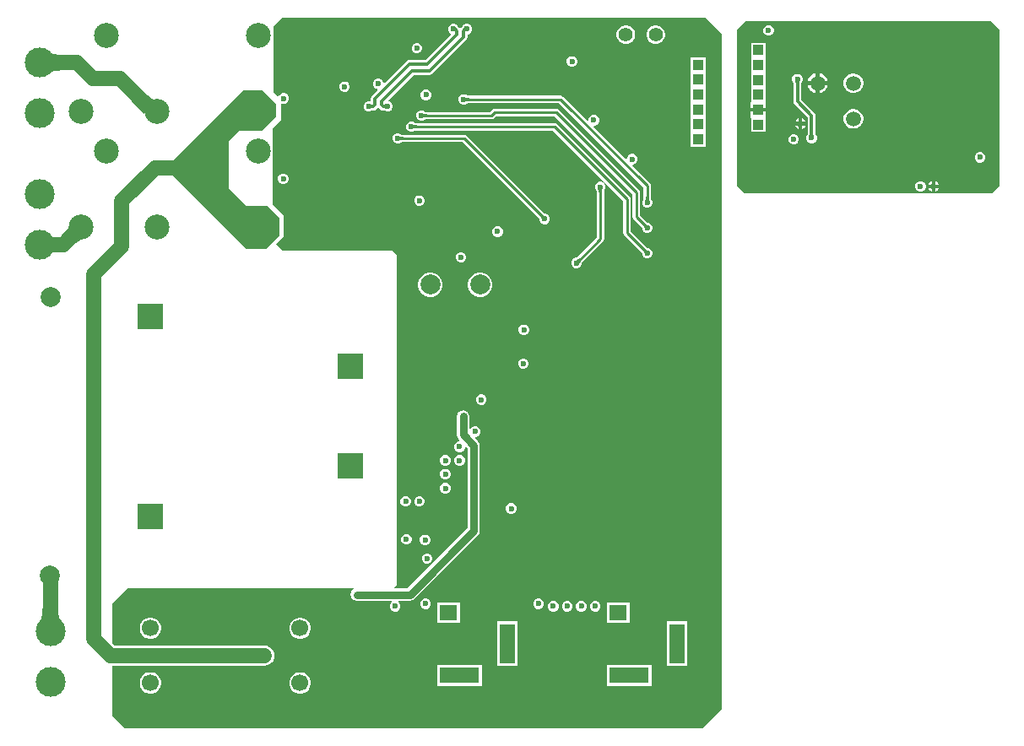
<source format=gbl>
G04*
G04 #@! TF.GenerationSoftware,Altium Limited,Altium Designer,21.7.1 (17)*
G04*
G04 Layer_Physical_Order=4*
G04 Layer_Color=16711680*
%FSLAX25Y25*%
%MOIN*%
G70*
G04*
G04 #@! TF.SameCoordinates,E541626C-5F42-4904-A579-91A45D143E40*
G04*
G04*
G04 #@! TF.FilePolarity,Positive*
G04*
G01*
G75*
%ADD112C,0.05906*%
%ADD158C,0.06000*%
%ADD161C,0.01100*%
%ADD162C,0.01200*%
%ADD163C,0.03000*%
%ADD164C,0.01470*%
%ADD167R,0.06299X0.15748*%
%ADD168R,0.15748X0.06299*%
%ADD169R,0.07087X0.06299*%
%ADD170C,0.06693*%
%ADD171C,0.11811*%
%ADD172C,0.07874*%
%ADD173R,0.03937X0.03937*%
%ADD174C,0.05512*%
%ADD175C,0.09843*%
%ADD176R,0.09843X0.09843*%
%ADD177C,0.02362*%
G36*
X23606Y269636D02*
X23965Y269442D01*
X24414Y269270D01*
X24954Y269121D01*
X25586Y268995D01*
X26308Y268892D01*
X28027Y268755D01*
X30110Y268709D01*
X30063Y262709D01*
X28976Y262697D01*
X25537Y262428D01*
X24904Y262305D01*
X24363Y262159D01*
X23912Y261990D01*
X23553Y261799D01*
X23284Y261586D01*
X23339Y269854D01*
X23606Y269636D01*
D02*
G37*
G36*
X288400Y277200D02*
Y10200D01*
X281000Y2800D01*
X52800D01*
X47800Y7800D01*
Y27562D01*
X108019D01*
X109037Y27696D01*
X109985Y28089D01*
X110800Y28715D01*
X111425Y29529D01*
X111818Y30478D01*
X111952Y31496D01*
X111818Y32514D01*
X111425Y33463D01*
X110800Y34278D01*
X109985Y34903D01*
X109037Y35296D01*
X108019Y35430D01*
X48873D01*
X47800Y36503D01*
X47800Y48400D01*
X47800Y52000D01*
X54000Y58200D01*
X143071D01*
X143223Y57700D01*
X142670Y57330D01*
X142139Y56536D01*
X141953Y55600D01*
X142139Y54664D01*
X142670Y53870D01*
X143464Y53339D01*
X144400Y53153D01*
X158152D01*
X158310Y52653D01*
X157836Y52179D01*
X157519Y51414D01*
Y50586D01*
X157836Y49821D01*
X158421Y49236D01*
X159186Y48919D01*
X160014D01*
X160779Y49236D01*
X161364Y49821D01*
X161681Y50586D01*
Y51414D01*
X161364Y52179D01*
X160890Y52653D01*
X161047Y53153D01*
X165400D01*
X166336Y53339D01*
X167130Y53870D01*
X192330Y79070D01*
X192861Y79864D01*
X193047Y80800D01*
Y114500D01*
X192861Y115436D01*
X192330Y116230D01*
X191142Y117419D01*
X191349Y117919D01*
X191614D01*
X192379Y118236D01*
X192964Y118821D01*
X193281Y119586D01*
Y120414D01*
X192964Y121179D01*
X192379Y121764D01*
X191614Y122081D01*
X190786D01*
X190021Y121764D01*
X189436Y121179D01*
X189363Y121003D01*
X188863Y121102D01*
Y125984D01*
X188677Y126921D01*
X188146Y127715D01*
X187352Y128245D01*
X186416Y128431D01*
X185479Y128245D01*
X184685Y127715D01*
X184155Y126921D01*
X183969Y125984D01*
Y118684D01*
X184155Y117748D01*
X184685Y116954D01*
X185058Y116581D01*
X184851Y116081D01*
X184586D01*
X183821Y115764D01*
X183236Y115179D01*
X182919Y114414D01*
Y113586D01*
X183236Y112821D01*
X183821Y112236D01*
X184586Y111919D01*
X185414D01*
X186179Y112236D01*
X186764Y112821D01*
X187081Y113586D01*
Y113851D01*
X187581Y114058D01*
X188153Y113486D01*
Y81814D01*
X164386Y58047D01*
X159554D01*
X159347Y58547D01*
X160200Y59400D01*
Y189800D01*
X158400Y191600D01*
X115200D01*
X112600Y194200D01*
X115400Y197000D01*
Y205600D01*
X111200Y209800D01*
Y211000D01*
X111200Y229704D01*
X111294Y230175D01*
Y231321D01*
X111200Y231792D01*
Y239800D01*
X114400Y243000D01*
X114400Y249303D01*
X114900Y249637D01*
X115186Y249519D01*
X116014D01*
X116779Y249836D01*
X117364Y250421D01*
X117681Y251186D01*
Y252014D01*
X117364Y252779D01*
X116779Y253364D01*
X116014Y253681D01*
X115186D01*
X114421Y253364D01*
X113836Y252779D01*
X113769Y252619D01*
X113279Y252521D01*
X111600Y254200D01*
Y280000D01*
X115000Y283400D01*
X282200D01*
X288400Y277200D01*
D02*
G37*
G36*
X60707Y253824D02*
X63206Y251660D01*
X63546Y251444D01*
X63833Y251301D01*
X64066Y251231D01*
X64246Y251233D01*
X60634Y245366D01*
X60582Y245425D01*
X59381Y246647D01*
X55641Y250395D01*
X60048Y254474D01*
X60707Y253824D01*
D02*
G37*
G36*
X398200Y278600D02*
Y217000D01*
X395200Y214000D01*
X297628D01*
X294400Y217228D01*
X294400Y278600D01*
X297800Y282000D01*
X394800D01*
X398200Y278600D01*
D02*
G37*
G36*
X35423Y195827D02*
X35270Y195794D01*
X35061Y195692D01*
X34795Y195520D01*
X34473Y195280D01*
X33660Y194592D01*
X32016Y193043D01*
X31355Y192388D01*
X27113Y196631D01*
X27767Y197292D01*
X30245Y200071D01*
X30416Y200337D01*
X30518Y200546D01*
X30551Y200699D01*
X35423Y195827D01*
D02*
G37*
G36*
X112400Y249600D02*
Y244200D01*
X107000Y238800D01*
X97800D01*
X93800Y234800D01*
Y216000D01*
X100800Y209000D01*
X109200D01*
X113800Y204400D01*
X113800Y197600D01*
X108400Y192200D01*
X100800D01*
X69400Y223600D01*
Y224600D01*
X99600Y254800D01*
X107200D01*
X112400Y249600D01*
D02*
G37*
G36*
X26437Y51158D02*
X26615Y48447D01*
X26722Y47727D01*
X26853Y47097D01*
X27007Y46560D01*
X27185Y46113D01*
X27387Y45758D01*
X27613Y45495D01*
X19350Y45219D01*
X19554Y45490D01*
X19737Y45851D01*
X19898Y46304D01*
X20038Y46847D01*
X20156Y47481D01*
X20328Y49021D01*
X20414Y50925D01*
X20425Y52013D01*
X26425Y52245D01*
X26437Y51158D01*
D02*
G37*
%LPC*%
G36*
X188314Y281082D02*
X187486D01*
X186721Y280765D01*
X186136Y280179D01*
X186113Y280125D01*
X185594Y279606D01*
X185250Y279359D01*
X184906Y279606D01*
X184387Y280125D01*
X184364Y280179D01*
X183779Y280765D01*
X183014Y281082D01*
X182186D01*
X181421Y280765D01*
X180836Y280179D01*
X180519Y279414D01*
Y278586D01*
X180836Y277821D01*
X181343Y277314D01*
X181508Y276772D01*
X171488Y266752D01*
X165249D01*
X164611Y266625D01*
X164070Y266264D01*
X155443Y257637D01*
X154945Y257846D01*
X154664Y258524D01*
X154079Y259109D01*
X153314Y259426D01*
X152486D01*
X151721Y259109D01*
X151136Y258524D01*
X150819Y257759D01*
Y256931D01*
X151136Y256166D01*
X151721Y255580D01*
X152399Y255300D01*
X152608Y254802D01*
X150487Y252680D01*
X150125Y252139D01*
X149998Y251501D01*
Y250738D01*
X149614Y250481D01*
X148786D01*
X148021Y250164D01*
X147436Y249579D01*
X147119Y248814D01*
Y247986D01*
X147436Y247221D01*
X148021Y246636D01*
X148786Y246319D01*
X149614D01*
X150379Y246636D01*
X150476Y246733D01*
X150804D01*
X151442Y246860D01*
X151983Y247221D01*
X152556Y247794D01*
X152900Y248042D01*
X153244Y247794D01*
X153817Y247221D01*
X154358Y246860D01*
X154996Y246733D01*
X155324D01*
X155421Y246636D01*
X156186Y246319D01*
X157014D01*
X157779Y246636D01*
X158364Y247221D01*
X158681Y247986D01*
Y248814D01*
X158364Y249579D01*
X157779Y250164D01*
X157147Y250426D01*
X156957Y250943D01*
X166962Y260948D01*
X173201D01*
X173839Y261075D01*
X174380Y261437D01*
X187663Y274720D01*
X188025Y275261D01*
X188152Y275899D01*
Y276919D01*
X188314D01*
X189079Y277236D01*
X189664Y277821D01*
X189981Y278586D01*
Y279414D01*
X189664Y280179D01*
X189079Y280765D01*
X188314Y281082D01*
D02*
G37*
G36*
X262950Y280367D02*
X261987D01*
X261057Y280118D01*
X260224Y279637D01*
X259543Y278956D01*
X259062Y278123D01*
X258812Y277193D01*
Y276230D01*
X259062Y275301D01*
X259543Y274467D01*
X260224Y273786D01*
X261057Y273305D01*
X261987Y273056D01*
X262950D01*
X263879Y273305D01*
X264713Y273786D01*
X265394Y274467D01*
X265875Y275301D01*
X266124Y276230D01*
Y277193D01*
X265875Y278123D01*
X265394Y278956D01*
X264713Y279637D01*
X263879Y280118D01*
X262950Y280367D01*
D02*
G37*
G36*
X251138D02*
X250176D01*
X249246Y280118D01*
X248412Y279637D01*
X247732Y278956D01*
X247251Y278123D01*
X247001Y277193D01*
Y276230D01*
X247251Y275301D01*
X247732Y274467D01*
X248412Y273786D01*
X249246Y273305D01*
X250176Y273056D01*
X251138D01*
X252068Y273305D01*
X252902Y273786D01*
X253583Y274467D01*
X254064Y275301D01*
X254313Y276230D01*
Y277193D01*
X254064Y278123D01*
X253583Y278956D01*
X252902Y279637D01*
X252068Y280118D01*
X251138Y280367D01*
D02*
G37*
G36*
X168614Y273481D02*
X167786D01*
X167021Y273164D01*
X166436Y272579D01*
X166119Y271814D01*
Y270986D01*
X166436Y270221D01*
X167021Y269636D01*
X167786Y269319D01*
X168614D01*
X169379Y269636D01*
X169964Y270221D01*
X170281Y270986D01*
Y271814D01*
X169964Y272579D01*
X169379Y273164D01*
X168614Y273481D01*
D02*
G37*
G36*
X229814Y268281D02*
X228986D01*
X228221Y267964D01*
X227636Y267379D01*
X227319Y266614D01*
Y265786D01*
X227636Y265021D01*
X228221Y264436D01*
X228986Y264119D01*
X229814D01*
X230579Y264436D01*
X231164Y265021D01*
X231481Y265786D01*
Y266614D01*
X231164Y267379D01*
X230579Y267964D01*
X229814Y268281D01*
D02*
G37*
G36*
X140014Y258281D02*
X139186D01*
X138421Y257964D01*
X137836Y257379D01*
X137519Y256614D01*
Y255786D01*
X137836Y255021D01*
X138421Y254436D01*
X139186Y254119D01*
X140014D01*
X140779Y254436D01*
X141364Y255021D01*
X141681Y255786D01*
Y256614D01*
X141364Y257379D01*
X140779Y257964D01*
X140014Y258281D01*
D02*
G37*
G36*
X172214Y255081D02*
X171386D01*
X170621Y254764D01*
X170036Y254179D01*
X169719Y253414D01*
Y252586D01*
X170036Y251821D01*
X170621Y251236D01*
X171386Y250919D01*
X172214D01*
X172979Y251236D01*
X173564Y251821D01*
X173881Y252586D01*
Y253414D01*
X173564Y254179D01*
X172979Y254764D01*
X172214Y255081D01*
D02*
G37*
G36*
X223200Y247478D02*
X198871D01*
X198305Y247366D01*
X197825Y247045D01*
X197058Y246278D01*
X171465D01*
X171179Y246564D01*
X170414Y246881D01*
X169586D01*
X168821Y246564D01*
X168236Y245979D01*
X167919Y245214D01*
Y244386D01*
X168236Y243621D01*
X168821Y243036D01*
X169586Y242719D01*
X170414D01*
X171179Y243036D01*
X171465Y243322D01*
X197671D01*
X198237Y243434D01*
X198716Y243755D01*
X199483Y244522D01*
X222588D01*
X253322Y213788D01*
Y204800D01*
X253434Y204234D01*
X253755Y203755D01*
X257119Y200390D01*
Y199986D01*
X257436Y199221D01*
X258021Y198636D01*
X258786Y198319D01*
X259614D01*
X260379Y198636D01*
X260964Y199221D01*
X261281Y199986D01*
Y200814D01*
X260964Y201579D01*
X260379Y202164D01*
X259614Y202481D01*
X259210D01*
X256278Y205412D01*
Y214400D01*
X256166Y214966D01*
X255845Y215445D01*
X224245Y247045D01*
X223766Y247366D01*
X223200Y247478D01*
D02*
G37*
G36*
X282068Y267796D02*
X276331D01*
Y262391D01*
X276331Y262059D01*
X276331Y261559D01*
Y256485D01*
X276331Y256153D01*
X276331Y255654D01*
Y250580D01*
X276331Y250248D01*
X276331Y249748D01*
Y244674D01*
X276331Y244342D01*
X276331Y243843D01*
Y238769D01*
X276331Y238437D01*
X276331Y237937D01*
Y232531D01*
X282068D01*
Y237937D01*
X282068Y238268D01*
X282068Y238769D01*
Y243843D01*
X282068Y244174D01*
X282068Y244674D01*
Y249748D01*
X282068Y250079D01*
X282068Y250580D01*
Y255654D01*
X282068Y255985D01*
X282068Y256485D01*
Y261559D01*
X282068Y261891D01*
X282068Y262391D01*
Y267796D01*
D02*
G37*
G36*
X115814Y221881D02*
X114986D01*
X114221Y221564D01*
X113636Y220979D01*
X113319Y220214D01*
Y219386D01*
X113636Y218621D01*
X114221Y218036D01*
X114986Y217719D01*
X115814D01*
X116579Y218036D01*
X117164Y218621D01*
X117481Y219386D01*
Y220214D01*
X117164Y220979D01*
X116579Y221564D01*
X115814Y221881D01*
D02*
G37*
G36*
X169614Y213281D02*
X168786D01*
X168021Y212964D01*
X167436Y212379D01*
X167119Y211614D01*
Y210786D01*
X167436Y210021D01*
X168021Y209436D01*
X168786Y209119D01*
X169614D01*
X170379Y209436D01*
X170964Y210021D01*
X171281Y210786D01*
Y211614D01*
X170964Y212379D01*
X170379Y212964D01*
X169614Y213281D01*
D02*
G37*
G36*
X187014Y253281D02*
X186186D01*
X185421Y252964D01*
X184836Y252379D01*
X184519Y251614D01*
Y250786D01*
X184836Y250021D01*
X185421Y249436D01*
X186186Y249119D01*
X187014D01*
X187779Y249436D01*
X188065Y249722D01*
X224388D01*
X257722Y216388D01*
Y211865D01*
X257436Y211579D01*
X257119Y210814D01*
Y209986D01*
X257436Y209221D01*
X258021Y208636D01*
X258786Y208319D01*
X259614D01*
X260379Y208636D01*
X260964Y209221D01*
X261281Y209986D01*
Y210814D01*
X260964Y211579D01*
X260678Y211865D01*
Y217000D01*
X260566Y217566D01*
X260245Y218045D01*
X253272Y225019D01*
X253479Y225519D01*
X253614D01*
X254379Y225836D01*
X254964Y226421D01*
X255281Y227186D01*
Y228014D01*
X254964Y228779D01*
X254379Y229364D01*
X253614Y229681D01*
X252786D01*
X252021Y229364D01*
X251436Y228779D01*
X251119Y228014D01*
Y227879D01*
X250619Y227672D01*
X237872Y240419D01*
X238079Y240919D01*
X238414D01*
X239179Y241236D01*
X239764Y241821D01*
X240081Y242586D01*
Y243414D01*
X239764Y244179D01*
X239179Y244764D01*
X238414Y245081D01*
X237586D01*
X236821Y244764D01*
X236236Y244179D01*
X235919Y243414D01*
Y243079D01*
X235419Y242872D01*
X226045Y252245D01*
X225566Y252566D01*
X225000Y252678D01*
X188065D01*
X187779Y252964D01*
X187014Y253281D01*
D02*
G37*
G36*
X161014Y237881D02*
X160186D01*
X159421Y237564D01*
X158836Y236979D01*
X158519Y236214D01*
Y235386D01*
X158836Y234621D01*
X159421Y234036D01*
X160186Y233719D01*
X161014D01*
X161779Y234036D01*
X162065Y234322D01*
X186188D01*
X216519Y203990D01*
Y203586D01*
X216836Y202821D01*
X217421Y202236D01*
X218186Y201919D01*
X219014D01*
X219779Y202236D01*
X220364Y202821D01*
X220681Y203586D01*
Y204414D01*
X220364Y205179D01*
X219779Y205764D01*
X219014Y206081D01*
X218610D01*
X187845Y236845D01*
X187366Y237166D01*
X186800Y237278D01*
X162065D01*
X161779Y237564D01*
X161014Y237881D01*
D02*
G37*
G36*
X200414Y201081D02*
X199586D01*
X198821Y200764D01*
X198236Y200179D01*
X197919Y199414D01*
Y198586D01*
X198236Y197821D01*
X198821Y197236D01*
X199586Y196919D01*
X200414D01*
X201179Y197236D01*
X201764Y197821D01*
X202081Y198586D01*
Y199414D01*
X201764Y200179D01*
X201179Y200764D01*
X200414Y201081D01*
D02*
G37*
G36*
X166414Y242481D02*
X165586D01*
X164821Y242164D01*
X164236Y241579D01*
X163919Y240814D01*
Y239986D01*
X164236Y239221D01*
X164821Y238636D01*
X165586Y238319D01*
X166414D01*
X167179Y238636D01*
X167465Y238922D01*
X221988D01*
X249722Y211188D01*
Y198400D01*
X249834Y197834D01*
X250155Y197355D01*
X257119Y190390D01*
Y189986D01*
X257436Y189221D01*
X258021Y188636D01*
X258786Y188319D01*
X259614D01*
X260379Y188636D01*
X260964Y189221D01*
X261281Y189986D01*
Y190814D01*
X260964Y191579D01*
X260379Y192164D01*
X259614Y192481D01*
X259210D01*
X252678Y199012D01*
Y211800D01*
X252566Y212366D01*
X252245Y212845D01*
X223645Y241445D01*
X223166Y241766D01*
X222600Y241878D01*
X167465D01*
X167179Y242164D01*
X166414Y242481D01*
D02*
G37*
G36*
X186014Y190881D02*
X185186D01*
X184421Y190564D01*
X183836Y189979D01*
X183519Y189214D01*
Y188386D01*
X183836Y187621D01*
X184421Y187036D01*
X185186Y186719D01*
X186014D01*
X186779Y187036D01*
X187364Y187621D01*
X187681Y188386D01*
Y189214D01*
X187364Y189979D01*
X186779Y190564D01*
X186014Y190881D01*
D02*
G37*
G36*
X241014Y218681D02*
X240186D01*
X239421Y218364D01*
X238836Y217779D01*
X238519Y217014D01*
Y216186D01*
X238836Y215421D01*
X239122Y215135D01*
Y196612D01*
X231190Y188681D01*
X230786D01*
X230021Y188364D01*
X229436Y187779D01*
X229119Y187014D01*
Y186186D01*
X229436Y185421D01*
X230021Y184836D01*
X230786Y184519D01*
X231614D01*
X232379Y184836D01*
X232964Y185421D01*
X233281Y186186D01*
Y186590D01*
X241645Y194955D01*
X241966Y195434D01*
X242078Y196000D01*
Y215135D01*
X242364Y215421D01*
X242681Y216186D01*
Y217014D01*
X242364Y217779D01*
X241779Y218364D01*
X241014Y218681D01*
D02*
G37*
G36*
X193747Y182790D02*
X192473D01*
X191243Y182460D01*
X190140Y181823D01*
X189240Y180923D01*
X188603Y179820D01*
X188273Y178590D01*
Y177316D01*
X188603Y176086D01*
X189240Y174983D01*
X190140Y174082D01*
X191243Y173445D01*
X192473Y173116D01*
X193747D01*
X194977Y173445D01*
X196080Y174082D01*
X196981Y174983D01*
X197618Y176086D01*
X197947Y177316D01*
Y178590D01*
X197618Y179820D01*
X196981Y180923D01*
X196080Y181823D01*
X194977Y182460D01*
X193747Y182790D01*
D02*
G37*
G36*
X174062D02*
X172788D01*
X171558Y182460D01*
X170455Y181823D01*
X169555Y180923D01*
X168918Y179820D01*
X168588Y178590D01*
Y177316D01*
X168918Y176086D01*
X169555Y174983D01*
X170455Y174082D01*
X171558Y173445D01*
X172788Y173116D01*
X174062D01*
X175292Y173445D01*
X176395Y174082D01*
X177296Y174983D01*
X177933Y176086D01*
X178262Y177316D01*
Y178590D01*
X177933Y179820D01*
X177296Y180923D01*
X176395Y181823D01*
X175292Y182460D01*
X174062Y182790D01*
D02*
G37*
G36*
X210814Y162281D02*
X209986D01*
X209221Y161964D01*
X208636Y161379D01*
X208319Y160614D01*
Y159786D01*
X208636Y159021D01*
X209221Y158436D01*
X209986Y158119D01*
X210814D01*
X211579Y158436D01*
X212164Y159021D01*
X212481Y159786D01*
Y160614D01*
X212164Y161379D01*
X211579Y161964D01*
X210814Y162281D01*
D02*
G37*
G36*
X210614Y148881D02*
X209786D01*
X209021Y148564D01*
X208436Y147979D01*
X208119Y147214D01*
Y146386D01*
X208436Y145621D01*
X209021Y145036D01*
X209786Y144719D01*
X210614D01*
X211379Y145036D01*
X211964Y145621D01*
X212281Y146386D01*
Y147214D01*
X211964Y147979D01*
X211379Y148564D01*
X210614Y148881D01*
D02*
G37*
G36*
X194014Y134681D02*
X193186D01*
X192421Y134364D01*
X191836Y133779D01*
X191519Y133014D01*
Y132186D01*
X191836Y131421D01*
X192421Y130836D01*
X193186Y130519D01*
X194014D01*
X194779Y130836D01*
X195364Y131421D01*
X195681Y132186D01*
Y133014D01*
X195364Y133779D01*
X194779Y134364D01*
X194014Y134681D01*
D02*
G37*
G36*
X185414Y110681D02*
X184586D01*
X183821Y110364D01*
X183236Y109779D01*
X182919Y109014D01*
Y108186D01*
X183236Y107421D01*
X183821Y106836D01*
X184586Y106519D01*
X185414D01*
X186179Y106836D01*
X186764Y107421D01*
X187081Y108186D01*
Y109014D01*
X186764Y109779D01*
X186179Y110364D01*
X185414Y110681D01*
D02*
G37*
G36*
X179814D02*
X178986D01*
X178221Y110364D01*
X177636Y109779D01*
X177319Y109014D01*
Y108186D01*
X177636Y107421D01*
X178221Y106836D01*
X178986Y106519D01*
X179814D01*
X180579Y106836D01*
X181164Y107421D01*
X181481Y108186D01*
Y109014D01*
X181164Y109779D01*
X180579Y110364D01*
X179814Y110681D01*
D02*
G37*
G36*
Y105281D02*
X178986D01*
X178221Y104964D01*
X177636Y104379D01*
X177319Y103614D01*
Y102786D01*
X177636Y102021D01*
X178221Y101436D01*
X178986Y101119D01*
X179814D01*
X180579Y101436D01*
X181164Y102021D01*
X181481Y102786D01*
Y103614D01*
X181164Y104379D01*
X180579Y104964D01*
X179814Y105281D01*
D02*
G37*
G36*
Y99681D02*
X178986D01*
X178221Y99364D01*
X177636Y98779D01*
X177319Y98014D01*
Y97186D01*
X177636Y96421D01*
X178221Y95836D01*
X178986Y95519D01*
X179814D01*
X180579Y95836D01*
X181164Y96421D01*
X181481Y97186D01*
Y98014D01*
X181164Y98779D01*
X180579Y99364D01*
X179814Y99681D01*
D02*
G37*
G36*
X169614Y94481D02*
X168786D01*
X168021Y94164D01*
X167436Y93579D01*
X167119Y92814D01*
Y91986D01*
X167436Y91221D01*
X168021Y90636D01*
X168786Y90319D01*
X169614D01*
X170379Y90636D01*
X170964Y91221D01*
X171281Y91986D01*
Y92814D01*
X170964Y93579D01*
X170379Y94164D01*
X169614Y94481D01*
D02*
G37*
G36*
X164214D02*
X163386D01*
X162621Y94164D01*
X162036Y93579D01*
X161719Y92814D01*
Y91986D01*
X162036Y91221D01*
X162621Y90636D01*
X163386Y90319D01*
X164214D01*
X164979Y90636D01*
X165564Y91221D01*
X165881Y91986D01*
Y92814D01*
X165564Y93579D01*
X164979Y94164D01*
X164214Y94481D01*
D02*
G37*
G36*
X205814Y91681D02*
X204986D01*
X204221Y91364D01*
X203636Y90779D01*
X203319Y90014D01*
Y89186D01*
X203636Y88421D01*
X204221Y87836D01*
X204986Y87519D01*
X205814D01*
X206579Y87836D01*
X207164Y88421D01*
X207481Y89186D01*
Y90014D01*
X207164Y90779D01*
X206579Y91364D01*
X205814Y91681D01*
D02*
G37*
G36*
X164414Y79481D02*
X163586D01*
X162821Y79164D01*
X162236Y78579D01*
X161919Y77814D01*
Y76986D01*
X162236Y76221D01*
X162821Y75636D01*
X163586Y75319D01*
X164414D01*
X165179Y75636D01*
X165764Y76221D01*
X166081Y76986D01*
Y77814D01*
X165764Y78579D01*
X165179Y79164D01*
X164414Y79481D01*
D02*
G37*
G36*
X171814Y79281D02*
X170986D01*
X170221Y78964D01*
X169636Y78379D01*
X169319Y77614D01*
Y76786D01*
X169636Y76021D01*
X170221Y75436D01*
X170986Y75119D01*
X171814D01*
X172579Y75436D01*
X173164Y76021D01*
X173481Y76786D01*
Y77614D01*
X173164Y78379D01*
X172579Y78964D01*
X171814Y79281D01*
D02*
G37*
G36*
X172614Y71881D02*
X171786D01*
X171021Y71564D01*
X170436Y70979D01*
X170119Y70214D01*
Y69386D01*
X170436Y68621D01*
X171021Y68036D01*
X171786Y67719D01*
X172614D01*
X173379Y68036D01*
X173964Y68621D01*
X174281Y69386D01*
Y70214D01*
X173964Y70979D01*
X173379Y71564D01*
X172614Y71881D01*
D02*
G37*
G36*
X216614Y54081D02*
X215786D01*
X215021Y53764D01*
X214436Y53179D01*
X214119Y52414D01*
Y51586D01*
X214436Y50821D01*
X215021Y50236D01*
X215786Y49919D01*
X216614D01*
X217379Y50236D01*
X217964Y50821D01*
X218281Y51586D01*
Y52414D01*
X217964Y53179D01*
X217379Y53764D01*
X216614Y54081D01*
D02*
G37*
G36*
X172014D02*
X171186D01*
X170421Y53764D01*
X169836Y53179D01*
X169519Y52414D01*
Y51586D01*
X169836Y50821D01*
X170421Y50236D01*
X171186Y49919D01*
X172014D01*
X172779Y50236D01*
X173364Y50821D01*
X173681Y51586D01*
Y52414D01*
X173364Y53179D01*
X172779Y53764D01*
X172014Y54081D01*
D02*
G37*
G36*
X239014Y53081D02*
X238186D01*
X237421Y52764D01*
X236836Y52179D01*
X236519Y51414D01*
Y50586D01*
X236836Y49821D01*
X237421Y49236D01*
X238186Y48919D01*
X239014D01*
X239779Y49236D01*
X240364Y49821D01*
X240681Y50586D01*
Y51414D01*
X240364Y52179D01*
X239779Y52764D01*
X239014Y53081D01*
D02*
G37*
G36*
X233481D02*
X232653D01*
X231888Y52764D01*
X231302Y52179D01*
X230986Y51414D01*
Y50586D01*
X231302Y49821D01*
X231888Y49236D01*
X232653Y48919D01*
X233481D01*
X234245Y49236D01*
X234831Y49821D01*
X235148Y50586D01*
Y51414D01*
X234831Y52179D01*
X234245Y52764D01*
X233481Y53081D01*
D02*
G37*
G36*
X227947D02*
X227119D01*
X226355Y52764D01*
X225769Y52179D01*
X225452Y51414D01*
Y50586D01*
X225769Y49821D01*
X226355Y49236D01*
X227119Y48919D01*
X227947D01*
X228712Y49236D01*
X229298Y49821D01*
X229614Y50586D01*
Y51414D01*
X229298Y52179D01*
X228712Y52764D01*
X227947Y53081D01*
D02*
G37*
G36*
X222414D02*
X221586D01*
X220821Y52764D01*
X220236Y52179D01*
X219919Y51414D01*
Y50586D01*
X220236Y49821D01*
X220821Y49236D01*
X221586Y48919D01*
X222414D01*
X223179Y49236D01*
X223764Y49821D01*
X224081Y50586D01*
Y51414D01*
X223764Y52179D01*
X223179Y52764D01*
X222414Y53081D01*
D02*
G37*
G36*
X252065Y52514D02*
X243179D01*
Y44415D01*
X252065D01*
Y52514D01*
D02*
G37*
G36*
X185136D02*
X176250D01*
Y44415D01*
X185136D01*
Y52514D01*
D02*
G37*
G36*
X122606Y46569D02*
X121488D01*
X120408Y46280D01*
X119440Y45721D01*
X118649Y44930D01*
X118090Y43962D01*
X117801Y42882D01*
Y41764D01*
X118090Y40684D01*
X118649Y39715D01*
X119440Y38925D01*
X120408Y38366D01*
X121488Y38076D01*
X122606D01*
X123686Y38366D01*
X124655Y38925D01*
X125445Y39715D01*
X126004Y40684D01*
X126294Y41764D01*
Y42882D01*
X126004Y43962D01*
X125445Y44930D01*
X124655Y45721D01*
X123686Y46280D01*
X122606Y46569D01*
D02*
G37*
G36*
X63551D02*
X62433D01*
X61353Y46280D01*
X60385Y45721D01*
X59594Y44930D01*
X59035Y43962D01*
X58746Y42882D01*
Y41764D01*
X59035Y40684D01*
X59594Y39715D01*
X60385Y38925D01*
X61353Y38366D01*
X62433Y38076D01*
X63551D01*
X64631Y38366D01*
X65600Y38925D01*
X66390Y39715D01*
X66949Y40684D01*
X67239Y41764D01*
Y42882D01*
X66949Y43962D01*
X66390Y44930D01*
X65600Y45721D01*
X64631Y46280D01*
X63551Y46569D01*
D02*
G37*
G36*
X274841Y45018D02*
X266742D01*
Y27470D01*
X274841D01*
Y45018D01*
D02*
G37*
G36*
X207912D02*
X199813D01*
Y27470D01*
X207912D01*
Y45018D01*
D02*
G37*
G36*
X260742Y27672D02*
X243195D01*
Y19572D01*
X260742D01*
Y27672D01*
D02*
G37*
G36*
X193813D02*
X176265D01*
Y19572D01*
X193813D01*
Y27672D01*
D02*
G37*
G36*
X122606Y24916D02*
X121488D01*
X120408Y24626D01*
X119440Y24067D01*
X118649Y23277D01*
X118090Y22308D01*
X117801Y21228D01*
Y20110D01*
X118090Y19030D01*
X118649Y18062D01*
X119440Y17271D01*
X120408Y16712D01*
X121488Y16423D01*
X122606D01*
X123686Y16712D01*
X124655Y17271D01*
X125445Y18062D01*
X126004Y19030D01*
X126294Y20110D01*
Y21228D01*
X126004Y22308D01*
X125445Y23277D01*
X124655Y24067D01*
X123686Y24626D01*
X122606Y24916D01*
D02*
G37*
G36*
X63551D02*
X62433D01*
X61353Y24626D01*
X60385Y24067D01*
X59594Y23277D01*
X59035Y22308D01*
X58746Y21228D01*
Y20110D01*
X59035Y19030D01*
X59594Y18062D01*
X60385Y17271D01*
X61353Y16712D01*
X62433Y16423D01*
X63551D01*
X64631Y16712D01*
X65600Y17271D01*
X66390Y18062D01*
X66949Y19030D01*
X67239Y20110D01*
Y21228D01*
X66949Y22308D01*
X66390Y23277D01*
X65600Y24067D01*
X64631Y24626D01*
X63551Y24916D01*
D02*
G37*
%LPD*%
G36*
X170906Y245574D02*
X170986Y245527D01*
X171082Y245486D01*
X171195Y245450D01*
X171325Y245419D01*
X171472Y245394D01*
X171815Y245361D01*
X172012Y245353D01*
X172226Y245350D01*
Y244250D01*
X172012Y244247D01*
X171472Y244206D01*
X171325Y244181D01*
X171195Y244150D01*
X171082Y244114D01*
X170986Y244073D01*
X170906Y244026D01*
X170844Y243973D01*
Y245627D01*
X170906Y245574D01*
D02*
G37*
G36*
X258168Y202214D02*
X258580Y201861D01*
X258701Y201775D01*
X258814Y201704D01*
X258920Y201650D01*
X259017Y201611D01*
X259107Y201588D01*
X259188Y201581D01*
X258019Y200412D01*
X258012Y200493D01*
X257989Y200583D01*
X257950Y200680D01*
X257896Y200786D01*
X257825Y200899D01*
X257739Y201020D01*
X257520Y201287D01*
X257386Y201432D01*
X257237Y201585D01*
X258015Y202363D01*
X258168Y202214D01*
D02*
G37*
G36*
X187506Y251974D02*
X187586Y251927D01*
X187682Y251886D01*
X187795Y251850D01*
X187925Y251819D01*
X188072Y251794D01*
X188415Y251761D01*
X188612Y251753D01*
X188826Y251750D01*
Y250650D01*
X188612Y250647D01*
X188072Y250606D01*
X187925Y250581D01*
X187795Y250550D01*
X187682Y250514D01*
X187586Y250473D01*
X187506Y250426D01*
X187443Y250373D01*
Y252027D01*
X187506Y251974D01*
D02*
G37*
G36*
X259753Y212412D02*
X259794Y211872D01*
X259819Y211725D01*
X259850Y211595D01*
X259886Y211482D01*
X259927Y211386D01*
X259974Y211306D01*
X260027Y211244D01*
X258373D01*
X258426Y211306D01*
X258473Y211386D01*
X258514Y211482D01*
X258550Y211595D01*
X258581Y211725D01*
X258606Y211872D01*
X258639Y212215D01*
X258647Y212412D01*
X258650Y212626D01*
X259750D01*
X259753Y212412D01*
D02*
G37*
G36*
X161506Y236574D02*
X161586Y236527D01*
X161682Y236486D01*
X161795Y236450D01*
X161925Y236419D01*
X162072Y236394D01*
X162415Y236361D01*
X162612Y236353D01*
X162826Y236350D01*
Y235250D01*
X162612Y235247D01*
X162072Y235206D01*
X161925Y235181D01*
X161795Y235150D01*
X161682Y235114D01*
X161586Y235073D01*
X161506Y235026D01*
X161443Y234973D01*
Y236627D01*
X161506Y236574D01*
D02*
G37*
G36*
X217568Y205814D02*
X217980Y205461D01*
X218101Y205375D01*
X218214Y205304D01*
X218320Y205250D01*
X218417Y205211D01*
X218507Y205188D01*
X218588Y205181D01*
X217419Y204012D01*
X217412Y204093D01*
X217389Y204183D01*
X217350Y204280D01*
X217296Y204386D01*
X217225Y204499D01*
X217139Y204620D01*
X216920Y204887D01*
X216786Y205032D01*
X216637Y205185D01*
X217415Y205963D01*
X217568Y205814D01*
D02*
G37*
G36*
X166906Y241174D02*
X166986Y241127D01*
X167082Y241086D01*
X167195Y241050D01*
X167325Y241019D01*
X167472Y240994D01*
X167815Y240961D01*
X168012Y240953D01*
X168226Y240950D01*
Y239850D01*
X168012Y239847D01*
X167472Y239806D01*
X167325Y239781D01*
X167195Y239750D01*
X167082Y239714D01*
X166986Y239673D01*
X166906Y239626D01*
X166843Y239573D01*
Y241227D01*
X166906Y241174D01*
D02*
G37*
G36*
X258168Y192214D02*
X258580Y191861D01*
X258701Y191775D01*
X258814Y191704D01*
X258920Y191650D01*
X259017Y191611D01*
X259107Y191588D01*
X259188Y191581D01*
X258019Y190412D01*
X258012Y190493D01*
X257989Y190583D01*
X257950Y190680D01*
X257896Y190786D01*
X257825Y190899D01*
X257739Y191020D01*
X257520Y191287D01*
X257386Y191432D01*
X257237Y191585D01*
X258015Y192363D01*
X258168Y192214D01*
D02*
G37*
G36*
X241374Y215694D02*
X241327Y215614D01*
X241286Y215518D01*
X241250Y215405D01*
X241219Y215275D01*
X241194Y215128D01*
X241161Y214785D01*
X241153Y214588D01*
X241150Y214374D01*
X240050D01*
X240047Y214588D01*
X240006Y215128D01*
X239981Y215275D01*
X239950Y215405D01*
X239914Y215518D01*
X239873Y215614D01*
X239826Y215694D01*
X239773Y215757D01*
X241427D01*
X241374Y215694D01*
D02*
G37*
G36*
X233163Y187785D02*
X233014Y187632D01*
X232661Y187220D01*
X232575Y187099D01*
X232504Y186986D01*
X232450Y186880D01*
X232411Y186783D01*
X232388Y186693D01*
X232381Y186612D01*
X231212Y187781D01*
X231293Y187788D01*
X231383Y187811D01*
X231480Y187850D01*
X231586Y187904D01*
X231699Y187975D01*
X231820Y188061D01*
X232087Y188280D01*
X232232Y188414D01*
X232385Y188563D01*
X233163Y187785D01*
D02*
G37*
%LPC*%
G36*
X307414Y280481D02*
X306586D01*
X305821Y280164D01*
X305236Y279579D01*
X304919Y278814D01*
Y277986D01*
X305236Y277221D01*
X305821Y276636D01*
X306586Y276319D01*
X307414D01*
X308179Y276636D01*
X308764Y277221D01*
X309081Y277986D01*
Y278814D01*
X308764Y279579D01*
X308179Y280164D01*
X307414Y280481D01*
D02*
G37*
G36*
X327153Y261504D02*
Y258363D01*
X330294D01*
X330086Y259138D01*
X329566Y260040D01*
X328830Y260776D01*
X327929Y261296D01*
X327153Y261504D01*
D02*
G37*
G36*
X325653D02*
X324877Y261296D01*
X323976Y260776D01*
X323240Y260040D01*
X322720Y259138D01*
X322512Y258363D01*
X325653D01*
Y261504D01*
D02*
G37*
G36*
X341052Y261466D02*
X340038D01*
X339058Y261203D01*
X338179Y260696D01*
X337462Y259979D01*
X336955Y259100D01*
X336692Y258120D01*
Y257106D01*
X336955Y256126D01*
X337462Y255247D01*
X338179Y254530D01*
X339058Y254023D01*
X340038Y253760D01*
X341052D01*
X342032Y254023D01*
X342911Y254530D01*
X343628Y255247D01*
X344135Y256126D01*
X344398Y257106D01*
Y258120D01*
X344135Y259100D01*
X343628Y259979D01*
X342911Y260696D01*
X342032Y261203D01*
X341052Y261466D01*
D02*
G37*
G36*
X330294Y256863D02*
X327153D01*
Y253722D01*
X327929Y253929D01*
X328830Y254450D01*
X329566Y255186D01*
X330086Y256087D01*
X330294Y256863D01*
D02*
G37*
G36*
X325653D02*
X322512D01*
X322720Y256087D01*
X323240Y255186D01*
X323976Y254450D01*
X324877Y253929D01*
X325653Y253722D01*
Y256863D01*
D02*
G37*
G36*
X305869Y273574D02*
X300132D01*
Y268168D01*
X300132Y267837D01*
X300132Y267337D01*
Y262263D01*
X300132Y261931D01*
X300132Y261432D01*
Y256358D01*
X300132Y256026D01*
X300132Y255526D01*
Y250511D01*
X300031Y250052D01*
X300031Y249662D01*
Y247833D01*
X303000D01*
X305968D01*
Y249662D01*
X305968Y250052D01*
X305869Y250511D01*
Y255526D01*
X305869Y255857D01*
X305869Y256358D01*
Y261432D01*
X305869Y261763D01*
X305869Y262263D01*
Y267337D01*
X305869Y267669D01*
X305869Y268168D01*
Y273574D01*
D02*
G37*
G36*
X320350Y243650D02*
Y242350D01*
X321650D01*
X321449Y242835D01*
X320835Y243449D01*
X320350Y243650D01*
D02*
G37*
G36*
X318850D02*
X318365Y243449D01*
X317751Y242835D01*
X317550Y242350D01*
X318850D01*
Y243650D01*
D02*
G37*
G36*
X341052Y247324D02*
X340038D01*
X339058Y247061D01*
X338179Y246554D01*
X337462Y245837D01*
X336955Y244958D01*
X336692Y243978D01*
Y242964D01*
X336955Y241984D01*
X337462Y241105D01*
X338179Y240388D01*
X339058Y239881D01*
X340038Y239618D01*
X341052D01*
X342032Y239881D01*
X342911Y240388D01*
X343628Y241105D01*
X344135Y241984D01*
X344398Y242964D01*
Y243978D01*
X344135Y244958D01*
X343628Y245837D01*
X342911Y246554D01*
X342032Y247061D01*
X341052Y247324D01*
D02*
G37*
G36*
X321650Y240850D02*
X320350D01*
Y239550D01*
X320835Y239751D01*
X321449Y240365D01*
X321650Y240850D01*
D02*
G37*
G36*
X318850D02*
X317550D01*
X317751Y240365D01*
X318365Y239751D01*
X318850Y239550D01*
Y240850D01*
D02*
G37*
G36*
X305968Y246333D02*
X303000D01*
X300031D01*
Y244505D01*
X300031Y244115D01*
X300132Y243656D01*
Y238310D01*
X305869D01*
Y243656D01*
X305968Y244115D01*
X305968Y244505D01*
Y246333D01*
D02*
G37*
G36*
X318814Y261281D02*
X317986D01*
X317221Y260964D01*
X316636Y260379D01*
X316319Y259614D01*
Y258786D01*
X316636Y258021D01*
X316871Y257786D01*
Y250400D01*
X316987Y249815D01*
X317319Y249319D01*
X322471Y244166D01*
Y237414D01*
X322236Y237179D01*
X321919Y236414D01*
Y235586D01*
X322236Y234821D01*
X322821Y234236D01*
X323586Y233919D01*
X324414D01*
X325179Y234236D01*
X325764Y234821D01*
X326081Y235586D01*
Y236414D01*
X325764Y237179D01*
X325529Y237414D01*
Y244800D01*
X325413Y245385D01*
X325081Y245881D01*
X319929Y251033D01*
Y257786D01*
X320164Y258021D01*
X320481Y258786D01*
Y259614D01*
X320164Y260379D01*
X319579Y260964D01*
X318814Y261281D01*
D02*
G37*
G36*
X317353Y237475D02*
X316525D01*
X315760Y237158D01*
X315174Y236573D01*
X314858Y235808D01*
Y234980D01*
X315174Y234215D01*
X315760Y233629D01*
X316525Y233313D01*
X317353D01*
X318117Y233629D01*
X318703Y234215D01*
X319020Y234980D01*
Y235808D01*
X318703Y236573D01*
X318117Y237158D01*
X317353Y237475D01*
D02*
G37*
G36*
X390908Y230443D02*
X390080D01*
X389316Y230126D01*
X388730Y229540D01*
X388413Y228776D01*
Y227948D01*
X388730Y227183D01*
X389316Y226597D01*
X390080Y226280D01*
X390908D01*
X391673Y226597D01*
X392259Y227183D01*
X392576Y227948D01*
Y228776D01*
X392259Y229540D01*
X391673Y230126D01*
X390908Y230443D01*
D02*
G37*
G36*
X372950Y218850D02*
Y217550D01*
X374250D01*
X374049Y218036D01*
X373435Y218649D01*
X372950Y218850D01*
D02*
G37*
G36*
X371450D02*
X370965Y218649D01*
X370351Y218036D01*
X370150Y217550D01*
X371450D01*
Y218850D01*
D02*
G37*
G36*
X374250Y216050D02*
X372950D01*
Y214750D01*
X373435Y214951D01*
X374049Y215564D01*
X374250Y216050D01*
D02*
G37*
G36*
X371450D02*
X370150D01*
X370351Y215564D01*
X370965Y214951D01*
X371450Y214750D01*
Y216050D01*
D02*
G37*
G36*
X367414Y218881D02*
X366586D01*
X365821Y218564D01*
X365236Y217979D01*
X364919Y217214D01*
Y216386D01*
X365236Y215621D01*
X365821Y215036D01*
X366586Y214719D01*
X367414D01*
X368179Y215036D01*
X368764Y215621D01*
X369081Y216386D01*
Y217214D01*
X368764Y217979D01*
X368179Y218564D01*
X367414Y218881D01*
D02*
G37*
%LPD*%
G36*
X319184Y258303D02*
X319145Y258231D01*
X319111Y258141D01*
X319082Y258033D01*
X319057Y257907D01*
X319036Y257762D01*
X319009Y257418D01*
X319000Y257001D01*
X317800D01*
X317798Y257219D01*
X317743Y257907D01*
X317718Y258033D01*
X317689Y258141D01*
X317655Y258231D01*
X317616Y258303D01*
X317573Y258356D01*
X319227D01*
X319184Y258303D01*
D02*
G37*
G36*
X324602Y237981D02*
X324657Y237293D01*
X324682Y237167D01*
X324711Y237059D01*
X324745Y236969D01*
X324784Y236897D01*
X324827Y236843D01*
X323173D01*
X323216Y236897D01*
X323255Y236969D01*
X323289Y237059D01*
X323318Y237167D01*
X323343Y237293D01*
X323364Y237438D01*
X323391Y237782D01*
X323400Y238198D01*
X324600D01*
X324602Y237981D01*
D02*
G37*
D112*
X326403Y257613D02*
D03*
X340545Y243471D02*
D03*
Y257613D02*
D03*
D158*
X47244Y31496D02*
X108019D01*
X40500Y38240D02*
Y182100D01*
Y38240D02*
X47244Y31496D01*
X23425Y41299D02*
X23622Y41102D01*
X23425Y41299D02*
Y62795D01*
X23228Y62992D02*
X23425Y62795D01*
X28465Y193740D02*
X35472Y200748D01*
X19094Y193740D02*
X28465D01*
X19094D02*
X19240Y193595D01*
X34059Y265709D02*
X40229Y259539D01*
X19094Y265709D02*
X34059D01*
X50740Y259539D02*
X61901Y248378D01*
X62472D02*
X64393Y246457D01*
X40229Y259539D02*
X50740D01*
X64393Y246457D02*
X65433D01*
X61901Y248378D02*
X62472D01*
X40500Y182100D02*
X51600Y193200D01*
Y211000D01*
X64800Y224200D02*
X82020D01*
X51600Y211000D02*
X64800Y224200D01*
X82020D02*
X84976Y221244D01*
D161*
X225000Y251200D02*
X259200Y217000D01*
X186600Y251200D02*
X225000D01*
X259200Y210400D02*
Y217000D01*
X198871Y246000D02*
X223200D01*
X254800Y204800D02*
Y214400D01*
X223200Y246000D02*
X254800Y214400D01*
X166000Y240400D02*
X222600D01*
X251200Y198400D02*
Y211800D01*
X222600Y240400D02*
X251200Y211800D01*
X170000Y244800D02*
X197671D01*
X198871Y246000D01*
X251200Y198400D02*
X259200Y190400D01*
X254800Y204800D02*
X259200Y200400D01*
X231200Y186600D02*
X240600Y196000D01*
Y216600D01*
X160600Y235800D02*
X186800D01*
X218600Y204000D01*
D162*
X318400Y250400D02*
X324000Y244800D01*
Y236000D02*
Y244800D01*
X318400Y250400D02*
Y259200D01*
D163*
X165400Y55600D02*
X190600Y80800D01*
Y114500D01*
X144400Y55600D02*
X165400D01*
X186416Y118684D02*
X190600Y114500D01*
X186416Y118684D02*
Y125984D01*
D164*
X149200Y248400D02*
X150804D01*
X151665Y249261D01*
Y251501D02*
X165249Y265085D01*
X151665Y249261D02*
Y251501D01*
X165249Y265085D02*
X172178D01*
X184015Y276922D01*
X182600Y279000D02*
X183154D01*
X184015Y276922D02*
Y278139D01*
X183154Y279000D02*
X184015Y278139D01*
X154135Y249261D02*
X154996Y248400D01*
X154135Y249261D02*
Y250479D01*
X154996Y248400D02*
X156600D01*
X154135Y250479D02*
X166271Y262615D01*
X173201D01*
X186485Y275899D01*
Y278139D02*
X187346Y279000D01*
X186485Y275899D02*
Y278139D01*
X187346Y279000D02*
X187900D01*
D167*
X203862Y36244D02*
D03*
X270791D02*
D03*
D168*
X185039Y23622D02*
D03*
X251969D02*
D03*
D169*
X180693Y48465D02*
D03*
X247622D02*
D03*
D170*
X122047Y42323D02*
D03*
Y20669D02*
D03*
X62992D02*
D03*
Y42323D02*
D03*
D171*
X23622Y41142D02*
D03*
Y21063D02*
D03*
X19094Y265748D02*
D03*
Y245669D02*
D03*
Y213779D02*
D03*
Y193701D02*
D03*
D172*
X23228Y62992D02*
D03*
X23622Y173228D02*
D03*
X173425Y177953D02*
D03*
X193110D02*
D03*
D173*
X279200Y235400D02*
D03*
Y241305D02*
D03*
Y247211D02*
D03*
Y253116D02*
D03*
Y259022D02*
D03*
Y264928D02*
D03*
X303000Y270706D02*
D03*
Y264800D02*
D03*
Y258894D02*
D03*
Y252989D02*
D03*
Y247083D02*
D03*
Y241178D02*
D03*
D174*
X262468Y276712D02*
D03*
X250657D02*
D03*
D175*
X35433Y246457D02*
D03*
X65433D02*
D03*
X105433D02*
D03*
Y276457D02*
D03*
X45433D02*
D03*
X35472Y200748D02*
D03*
X65472D02*
D03*
X105472D02*
D03*
Y230748D02*
D03*
X45472D02*
D03*
D176*
X141732Y106299D02*
D03*
Y145669D02*
D03*
X62992Y86614D02*
D03*
Y165354D02*
D03*
D177*
X108019Y31496D02*
D03*
X172200Y69800D02*
D03*
X238000Y243000D02*
D03*
X210400Y160200D02*
D03*
X185000Y114000D02*
D03*
X390494Y228362D02*
D03*
X144400Y55600D02*
D03*
X186416Y125984D02*
D03*
X342400Y270400D02*
D03*
X185600Y188800D02*
D03*
X307000Y278400D02*
D03*
X316939Y235394D02*
D03*
X324000Y236000D02*
D03*
X139600Y256200D02*
D03*
X318400Y259200D02*
D03*
X367000Y216800D02*
D03*
X169200Y92400D02*
D03*
X163800D02*
D03*
X171400Y77200D02*
D03*
X164000Y77400D02*
D03*
X372200Y216800D02*
D03*
X319600Y241600D02*
D03*
X115400Y219800D02*
D03*
X179400Y97600D02*
D03*
Y103200D02*
D03*
Y108600D02*
D03*
X185000D02*
D03*
X238600Y51000D02*
D03*
X233067D02*
D03*
X229400Y266200D02*
D03*
X253200Y227600D02*
D03*
X170000Y244800D02*
D03*
X200000Y199000D02*
D03*
X171800Y253000D02*
D03*
X169200Y211200D02*
D03*
X222000Y51000D02*
D03*
X227533D02*
D03*
X216200Y52000D02*
D03*
X149200Y248400D02*
D03*
X182600Y279000D02*
D03*
X156600Y248400D02*
D03*
X187900Y279000D02*
D03*
X259200Y190400D02*
D03*
X166000Y240400D02*
D03*
X259200Y200400D02*
D03*
Y210400D02*
D03*
X186600Y251200D02*
D03*
X240600Y216600D02*
D03*
X231200Y186600D02*
D03*
X159600Y51000D02*
D03*
X171600Y52000D02*
D03*
X191200Y120000D02*
D03*
X210200Y146800D02*
D03*
X160600Y235800D02*
D03*
X218600Y204000D02*
D03*
X168200Y271400D02*
D03*
X205400Y89600D02*
D03*
X193600Y132600D02*
D03*
X115600Y251600D02*
D03*
X152900Y257345D02*
D03*
M02*

</source>
